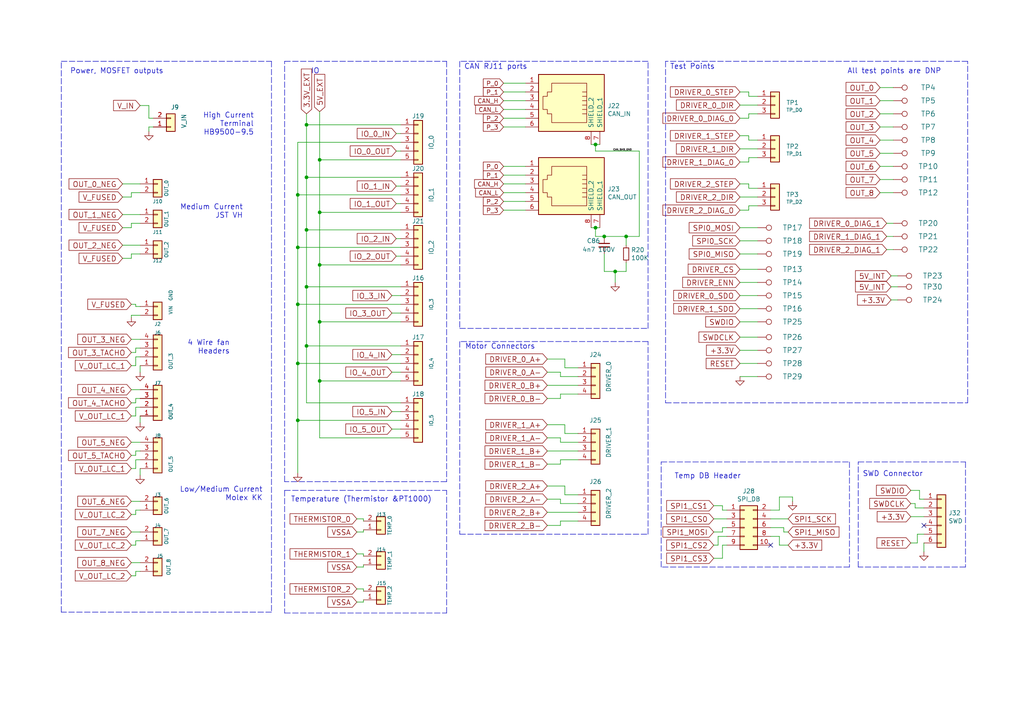
<source format=kicad_sch>
(kicad_sch (version 20211123) (generator eeschema)
  (paper "A4")
  (title_block (title "Duet 3 - Expansion 3HC") (date "2022-05-30") (rev "1.02") (company "Duet3D") (comment 1 "DUET 3 LICENSE") (comment 2 "www.duet3d.com"))
  (junction (at 172.72 41.91))
  (junction (at 175.26 68.58))
  (junction (at 88.9 51.435))
  (junction (at 86.36 56.515))
  (junction (at 88.9 83.185))
  (junction (at 92.71 76.835))
  (junction (at 88.9 66.675))
  (junction (at 92.71 46.355))
  (junction (at 178.435 78.74))
  (junction (at 86.36 121.92))
  (junction (at 92.71 93.345))
  (junction (at 86.36 105.41))
  (junction (at 172.72 66.04))
  (junction (at 181.61 68.58))
  (junction (at 86.36 71.755))
  (junction (at 88.9 100.33))
  (junction (at 88.9 36.195))
  (junction (at 86.36 88.265))
  (junction (at 92.71 61.595))
  (junction (at 92.71 110.49))
  (no_connect (at 267.97 152.4))
  (no_connect (at 223.52 158.115))
  (wire (pts (xy 228.6 150.495) (xy 223.52 150.495)))
  (wire (pts (xy 39.37 102.235) (xy 38.1 102.235)))
  (wire (pts (xy 267.97 144.78) (xy 266.7 144.78)))
  (wire (pts (xy 40.64 107.95) (xy 40.64 106.045)))
  (wire (pts (xy 259.08 40.64) (xy 255.27 40.64)))
  (wire (pts (xy 181.61 78.74) (xy 181.61 76.2)))
  (wire (pts (xy 92.71 93.345) (xy 92.71 110.49)))
  (wire (pts (xy 116.205 38.735) (xy 114.935 38.735)))
  (wire (pts (xy 146.05 60.96) (xy 152.4 60.96)))
  (wire (pts (xy 210.82 155.575) (xy 208.28 155.575)))
  (wire (pts (xy 217.17 39.37) (xy 214.63 39.37)))
  (wire (pts (xy 210.82 153.035) (xy 209.55 153.035)))
  (wire (pts (xy 39.37 106.045) (xy 39.37 103.505)))
  (wire (pts (xy 38.1 145.415) (xy 40.64 145.415)))
  (wire (pts (xy 38.1 120.65) (xy 39.37 120.65)))
  (wire (pts (xy 226.06 147.955) (xy 223.52 147.955)))
  (wire (pts (xy 40.64 115.57) (xy 39.37 115.57)))
  (wire (pts (xy 209.55 154.305) (xy 207.01 154.305)))
  (wire (pts (xy 267.97 160.02) (xy 267.97 157.48)))
  (wire (pts (xy 116.205 53.975) (xy 114.935 53.975)))
  (wire (pts (xy 40.64 163.195) (xy 38.1 163.195)))
  (wire (pts (xy 185.42 43.815) (xy 172.72 43.815)))
  (polyline (pts (xy 246.38 133.985) (xy 246.38 164.465)))
  (wire (pts (xy 162.56 115.57) (xy 158.75 115.57)))
  (polyline (pts (xy 193.04 17.78) (xy 193.04 116.84)))
  (polyline (pts (xy 78.74 17.78) (xy 78.74 177.546)))
  (wire (pts (xy 217.17 53.34) (xy 214.63 53.34)))
  (wire (pts (xy 209.55 161.925) (xy 209.55 158.115)))
  (wire (pts (xy 175.26 73.66) (xy 175.26 78.74)))
  (wire (pts (xy 40.64 113.03) (xy 38.1 113.03)))
  (wire (pts (xy 162.56 128.27) (xy 162.56 127)))
  (wire (pts (xy 217.17 40.64) (xy 217.17 39.37)))
  (wire (pts (xy 257.175 72.39) (xy 259.08 72.39)))
  (wire (pts (xy 219.71 45.72) (xy 217.17 45.72)))
  (wire (pts (xy 258.445 80.01) (xy 260.35 80.01)))
  (wire (pts (xy 219.71 54.61) (xy 217.17 54.61)))
  (polyline (pts (xy 129.54 17.78) (xy 129.54 139.7)))
  (wire (pts (xy 167.64 109.22) (xy 162.56 109.22)))
  (wire (pts (xy 116.205 36.195) (xy 88.9 36.195)))
  (polyline (pts (xy 191.77 164.465) (xy 191.77 133.985)))
  (polyline (pts (xy 82.55 177.8) (xy 129.54 177.8)))
  (wire (pts (xy 103.505 170.815) (xy 105.41 170.815)))
  (polyline (pts (xy 133.35 17.78) (xy 133.35 95.25)))
  (wire (pts (xy 116.205 51.435) (xy 88.9 51.435)))
  (wire (pts (xy 219.71 59.69) (xy 217.17 59.69)))
  (wire (pts (xy 162.56 134.62) (xy 158.75 134.62)))
  (wire (pts (xy 162.56 144.78) (xy 158.75 144.78)))
  (wire (pts (xy 226.06 158.115) (xy 226.06 155.575)))
  (wire (pts (xy 40.64 130.81) (xy 39.37 130.81)))
  (wire (pts (xy 39.37 88.9) (xy 39.37 88.265)))
  (wire (pts (xy 40.64 165.735) (xy 39.37 165.735)))
  (wire (pts (xy 39.37 147.955) (xy 39.37 149.225)))
  (wire (pts (xy 103.505 150.495) (xy 105.41 150.495)))
  (wire (pts (xy 219.71 105.41) (xy 214.63 105.41)))
  (wire (pts (xy 226.06 144.145) (xy 226.06 147.955)))
  (wire (pts (xy 208.28 155.575) (xy 208.28 158.115)))
  (wire (pts (xy 181.61 68.58) (xy 185.42 68.58)))
  (wire (pts (xy 88.9 51.435) (xy 88.9 66.675)))
  (wire (pts (xy 167.64 151.13) (xy 162.56 151.13)))
  (wire (pts (xy 266.065 157.48) (xy 266.065 154.94)))
  (wire (pts (xy 35.56 62.23) (xy 40.64 62.23)))
  (wire (pts (xy 167.64 128.27) (xy 162.56 128.27)))
  (wire (pts (xy 219.71 85.725) (xy 214.63 85.725)))
  (wire (pts (xy 86.36 71.755) (xy 116.205 71.755)))
  (wire (pts (xy 116.205 121.92) (xy 86.36 121.92)))
  (wire (pts (xy 86.36 88.265) (xy 116.205 88.265)))
  (wire (pts (xy 163.83 143.51) (xy 167.64 143.51)))
  (wire (pts (xy 217.17 60.96) (xy 214.63 60.96)))
  (polyline (pts (xy 187.96 154.94) (xy 187.96 99.06)))
  (wire (pts (xy 259.08 55.88) (xy 255.27 55.88)))
  (wire (pts (xy 266.7 144.78) (xy 266.7 142.24)))
  (wire (pts (xy 209.55 153.035) (xy 209.55 154.305)))
  (wire (pts (xy 158.75 104.14) (xy 163.83 104.14)))
  (wire (pts (xy 219.71 89.535) (xy 214.63 89.535)))
  (wire (pts (xy 209.55 147.955) (xy 209.55 146.685)))
  (polyline (pts (xy 133.35 99.06) (xy 133.35 154.94)))
  (polyline (pts (xy 82.55 142.24) (xy 129.54 142.24)))
  (wire (pts (xy 39.37 156.845) (xy 39.37 158.115)))
  (wire (pts (xy 88.9 100.33) (xy 88.9 116.84)))
  (wire (pts (xy 208.28 158.115) (xy 207.01 158.115)))
  (wire (pts (xy 146.05 31.75) (xy 152.4 31.75)))
  (wire (pts (xy 219.71 33.02) (xy 217.17 33.02)))
  (wire (pts (xy 103.505 174.625) (xy 105.41 174.625)))
  (wire (pts (xy 92.71 76.835) (xy 92.71 93.345)))
  (wire (pts (xy 214.63 73.66) (xy 219.71 73.66)))
  (wire (pts (xy 219.71 109.22) (xy 214.63 109.22)))
  (wire (pts (xy 39.37 88.265) (xy 38.1 88.265)))
  (wire (pts (xy 228.6 158.115) (xy 226.06 158.115)))
  (wire (pts (xy 210.82 150.495) (xy 207.01 150.495)))
  (wire (pts (xy 217.17 46.99) (xy 214.63 46.99)))
  (polyline (pts (xy 17.78 177.546) (xy 17.78 17.78)))
  (polyline (pts (xy 78.74 177.546) (xy 17.78 177.546)))
  (wire (pts (xy 88.9 36.195) (xy 88.9 51.435)))
  (wire (pts (xy 116.205 74.295) (xy 114.935 74.295)))
  (wire (pts (xy 113.665 124.46) (xy 116.205 124.46)))
  (wire (pts (xy 214.63 78.105) (xy 219.71 78.105)))
  (wire (pts (xy 172.72 43.815) (xy 172.72 41.91)))
  (wire (pts (xy 209.55 147.955) (xy 210.82 147.955)))
  (wire (pts (xy 178.435 78.74) (xy 181.61 78.74)))
  (wire (pts (xy 86.36 121.92) (xy 86.36 137.16)))
  (wire (pts (xy 39.37 167.005) (xy 38.1 167.005)))
  (wire (pts (xy 39.37 115.57) (xy 39.37 116.84)))
  (wire (pts (xy 39.37 103.505) (xy 40.64 103.505)))
  (wire (pts (xy 43.18 30.607) (xy 40.64 30.607)))
  (wire (pts (xy 259.08 33.02) (xy 255.27 33.02)))
  (polyline (pts (xy 280.67 17.78) (xy 193.04 17.78)))
  (wire (pts (xy 105.41 160.655) (xy 105.41 161.29)))
  (wire (pts (xy 163.83 140.97) (xy 163.83 143.51)))
  (wire (pts (xy 265.43 147.32) (xy 265.43 146.05)))
  (wire (pts (xy 229.87 145.415) (xy 229.87 144.145)))
  (wire (pts (xy 105.41 174.625) (xy 105.41 173.99)))
  (wire (pts (xy 92.71 76.835) (xy 116.205 76.835)))
  (wire (pts (xy 167.64 146.05) (xy 162.56 146.05)))
  (wire (pts (xy 105.41 164.465) (xy 105.41 163.83)))
  (wire (pts (xy 38.1 91.44) (xy 40.64 91.44)))
  (wire (pts (xy 146.05 36.83) (xy 152.4 36.83)))
  (wire (pts (xy 172.72 66.04) (xy 173.99 66.04)))
  (wire (pts (xy 259.08 48.26) (xy 255.27 48.26)))
  (wire (pts (xy 92.71 46.355) (xy 92.71 32.385)))
  (wire (pts (xy 171.45 66.04) (xy 172.72 66.04)))
  (wire (pts (xy 146.05 34.29) (xy 152.4 34.29)))
  (wire (pts (xy 172.72 66.04) (xy 172.72 68.58)))
  (wire (pts (xy 259.08 36.83) (xy 255.27 36.83)))
  (wire (pts (xy 264.16 157.48) (xy 266.065 157.48)))
  (wire (pts (xy 40.64 100.965) (xy 39.37 100.965)))
  (wire (pts (xy 38.1 135.89) (xy 39.37 135.89)))
  (wire (pts (xy 266.7 142.24) (xy 264.16 142.24)))
  (wire (pts (xy 43.18 34.29) (xy 43.18 30.607)))
  (wire (pts (xy 113.665 107.95) (xy 116.205 107.95)))
  (wire (pts (xy 43.18 38.1) (xy 43.18 36.83)))
  (wire (pts (xy 163.83 125.73) (xy 167.64 125.73)))
  (polyline (pts (xy 17.78 17.78) (xy 78.74 17.78)))
  (wire (pts (xy 88.9 116.84) (xy 116.205 116.84)))
  (wire (pts (xy 214.63 101.6) (xy 219.71 101.6)))
  (wire (pts (xy 40.64 154.305) (xy 38.1 154.305)))
  (wire (pts (xy 163.83 104.14) (xy 163.83 106.68)))
  (wire (pts (xy 116.205 46.355) (xy 92.71 46.355)))
  (wire (pts (xy 103.505 164.465) (xy 105.41 164.465)))
  (wire (pts (xy 86.36 105.41) (xy 86.36 88.265)))
  (wire (pts (xy 43.18 36.83) (xy 44.45 36.83)))
  (wire (pts (xy 217.17 54.61) (xy 217.17 53.34)))
  (polyline (pts (xy 248.92 133.985) (xy 280.035 133.985)))
  (polyline (pts (xy 187.96 95.25) (xy 187.96 17.78)))
  (wire (pts (xy 146.05 55.88) (xy 152.4 55.88)))
  (wire (pts (xy 40.64 122.555) (xy 40.64 120.65)))
  (wire (pts (xy 40.64 147.955) (xy 39.37 147.955)))
  (wire (pts (xy 146.05 50.8) (xy 152.4 50.8)))
  (wire (pts (xy 158.75 107.95) (xy 162.56 107.95)))
  (wire (pts (xy 258.445 83.185) (xy 260.35 83.185)))
  (wire (pts (xy 38.1 98.425) (xy 40.64 98.425)))
  (wire (pts (xy 214.63 66.04) (xy 219.71 66.04)))
  (wire (pts (xy 167.64 133.35) (xy 162.56 133.35)))
  (wire (pts (xy 257.175 64.77) (xy 259.08 64.77)))
  (wire (pts (xy 265.43 146.05) (xy 264.16 146.05)))
  (wire (pts (xy 88.9 66.675) (xy 88.9 83.185)))
  (polyline (pts (xy 248.92 164.465) (xy 248.92 133.985)))
  (wire (pts (xy 38.1 73.66) (xy 38.1 74.93)))
  (wire (pts (xy 39.37 130.81) (xy 39.37 132.08)))
  (wire (pts (xy 86.36 105.41) (xy 116.205 105.41)))
  (wire (pts (xy 219.71 40.64) (xy 217.17 40.64)))
  (wire (pts (xy 267.97 149.86) (xy 264.16 149.86)))
  (wire (pts (xy 116.205 83.185) (xy 88.9 83.185)))
  (polyline (pts (xy 129.54 177.8) (xy 129.54 142.24)))
  (polyline (pts (xy 133.35 95.25) (xy 187.96 95.25)))
  (wire (pts (xy 267.97 147.32) (xy 265.43 147.32)))
  (wire (pts (xy 219.71 57.15) (xy 214.63 57.15)))
  (wire (pts (xy 39.37 116.84) (xy 38.1 116.84)))
  (wire (pts (xy 39.37 165.735) (xy 39.37 167.005)))
  (wire (pts (xy 38.1 74.93) (xy 35.56 74.93)))
  (wire (pts (xy 86.36 56.515) (xy 116.205 56.515)))
  (wire (pts (xy 162.56 109.22) (xy 162.56 107.95)))
  (wire (pts (xy 38.1 92.075) (xy 38.1 91.44)))
  (polyline (pts (xy 82.55 139.7) (xy 82.55 17.78)))
  (wire (pts (xy 227.33 154.305) (xy 227.33 153.035)))
  (wire (pts (xy 105.41 150.495) (xy 105.41 151.13)))
  (wire (pts (xy 86.36 71.755) (xy 86.36 56.515)))
  (wire (pts (xy 163.83 106.68) (xy 167.64 106.68)))
  (wire (pts (xy 226.06 155.575) (xy 223.52 155.575)))
  (wire (pts (xy 175.26 68.58) (xy 181.61 68.58)))
  (wire (pts (xy 105.41 170.815) (xy 105.41 171.45)))
  (wire (pts (xy 158.75 130.81) (xy 167.64 130.81)))
  (wire (pts (xy 92.71 61.595) (xy 92.71 76.835)))
  (wire (pts (xy 40.64 137.795) (xy 40.64 135.89)))
  (wire (pts (xy 146.05 29.21) (xy 152.4 29.21)))
  (polyline (pts (xy 129.54 139.7) (xy 82.55 139.7)))
  (polyline (pts (xy 280.035 164.465) (xy 248.92 164.465)))
  (wire (pts (xy 39.37 149.225) (xy 38.1 149.225)))
  (wire (pts (xy 219.71 27.94) (xy 217.17 27.94)))
  (wire (pts (xy 38.1 64.77) (xy 38.1 66.04)))
  (wire (pts (xy 259.08 29.21) (xy 255.27 29.21)))
  (wire (pts (xy 105.41 154.305) (xy 105.41 153.67)))
  (wire (pts (xy 259.08 52.07) (xy 255.27 52.07)))
  (wire (pts (xy 162.56 133.35) (xy 162.56 134.62)))
  (wire (pts (xy 172.72 68.58) (xy 175.26 68.58)))
  (wire (pts (xy 38.1 66.04) (xy 35.56 66.04)))
  (wire (pts (xy 116.205 102.87) (xy 113.665 102.87)))
  (wire (pts (xy 178.435 81.915) (xy 178.435 78.74)))
  (wire (pts (xy 214.63 93.345) (xy 219.71 93.345)))
  (wire (pts (xy 92.71 110.49) (xy 116.205 110.49)))
  (wire (pts (xy 227.33 153.035) (xy 223.52 153.035)))
  (wire (pts (xy 44.45 34.29) (xy 43.18 34.29)))
  (wire (pts (xy 39.37 120.65) (xy 39.37 118.11)))
  (polyline (pts (xy 187.96 99.06) (xy 133.35 99.06)))
  (wire (pts (xy 92.71 46.355) (xy 92.71 61.595)))
  (wire (pts (xy 116.205 119.38) (xy 113.665 119.38)))
  (wire (pts (xy 217.17 59.69) (xy 217.17 60.96)))
  (wire (pts (xy 162.56 151.13) (xy 162.56 152.4)))
  (wire (pts (xy 217.17 45.72) (xy 217.17 46.99)))
  (wire (pts (xy 175.26 78.74) (xy 178.435 78.74)))
  (wire (pts (xy 217.17 34.29) (xy 214.63 34.29)))
  (wire (pts (xy 158.75 148.59) (xy 167.64 148.59)))
  (wire (pts (xy 209.55 146.685) (xy 207.01 146.685)))
  (wire (pts (xy 207.01 161.925) (xy 209.55 161.925)))
  (wire (pts (xy 40.64 128.27) (xy 38.1 128.27)))
  (polyline (pts (xy 246.38 164.465) (xy 191.77 164.465)))
  (wire (pts (xy 86.36 88.265) (xy 86.36 71.755)))
  (wire (pts (xy 146.05 26.67) (xy 152.4 26.67)))
  (wire (pts (xy 214.63 81.915) (xy 219.71 81.915)))
  (wire (pts (xy 40.64 55.88) (xy 38.1 55.88)))
  (wire (pts (xy 158.75 111.76) (xy 167.64 111.76)))
  (wire (pts (xy 219.71 43.18) (xy 214.63 43.18)))
  (polyline (pts (xy 193.04 116.84) (xy 280.67 116.84)))
  (wire (pts (xy 39.37 133.35) (xy 40.64 133.35)))
  (polyline (pts (xy 191.77 133.985) (xy 246.38 133.985)))
  (wire (pts (xy 162.56 127) (xy 158.75 127)))
  (wire (pts (xy 39.37 135.89) (xy 39.37 133.35)))
  (wire (pts (xy 146.05 24.13) (xy 152.4 24.13)))
  (wire (pts (xy 167.64 114.3) (xy 162.56 114.3)))
  (wire (pts (xy 162.56 146.05) (xy 162.56 144.78)))
  (polyline (pts (xy 133.35 154.94) (xy 187.96 154.94)))
  (wire (pts (xy 92.71 61.595) (xy 116.205 61.595)))
  (wire (pts (xy 217.17 33.02) (xy 217.17 34.29)))
  (wire (pts (xy 35.56 53.34) (xy 40.64 53.34)))
  (wire (pts (xy 209.55 158.115) (xy 210.82 158.115)))
  (polyline (pts (xy 82.55 17.78) (xy 129.54 17.78)))
  (wire (pts (xy 86.36 41.275) (xy 116.205 41.275)))
  (wire (pts (xy 228.6 154.305) (xy 227.33 154.305)))
  (wire (pts (xy 116.205 66.675) (xy 88.9 66.675)))
  (wire (pts (xy 162.56 152.4) (xy 158.75 152.4)))
  (wire (pts (xy 258.445 86.995) (xy 260.35 86.995)))
  (wire (pts (xy 146.05 48.26) (xy 152.4 48.26)))
  (wire (pts (xy 162.56 114.3) (xy 162.56 115.57)))
  (wire (pts (xy 185.42 68.58) (xy 185.42 43.815)))
  (polyline (pts (xy 187.96 17.78) (xy 133.35 17.78)))
  (wire (pts (xy 39.37 132.08) (xy 38.1 132.08)))
  (wire (pts (xy 103.505 154.305) (xy 105.41 154.305)))
  (wire (pts (xy 116.205 85.725) (xy 113.665 85.725)))
  (wire (pts (xy 113.665 90.805) (xy 116.205 90.805)))
  (wire (pts (xy 39.37 100.965) (xy 39.37 102.235)))
  (wire (pts (xy 92.71 93.345) (xy 116.205 93.345)))
  (wire (pts (xy 171.45 41.91) (xy 172.72 41.91)))
  (polyline (pts (xy 280.035 133.985) (xy 280.035 164.465)))
  (wire (pts (xy 40.64 156.845) (xy 39.37 156.845)))
  (wire (pts (xy 158.75 140.97) (xy 163.83 140.97)))
  (wire (pts (xy 103.505 160.655) (xy 105.41 160.655)))
  (wire (pts (xy 257.175 68.58) (xy 259.08 68.58)))
  (wire (pts (xy 146.05 53.34) (xy 152.4 53.34)))
  (wire (pts (xy 214.63 97.79) (xy 219.71 97.79)))
  (wire (pts (xy 217.17 27.94) (xy 217.17 26.67)))
  (wire (pts (xy 181.61 71.12) (xy 181.61 68.58)))
  (wire (pts (xy 92.71 110.49) (xy 92.71 127)))
  (wire (pts (xy 40.64 73.66) (xy 38.1 73.66)))
  (wire (pts (xy 163.83 123.19) (xy 163.83 125.73)))
  (wire (pts (xy 40.64 64.77) (xy 38.1 64.77)))
  (wire (pts (xy 86.36 56.515) (xy 86.36 41.275)))
  (wire (pts (xy 38.1 55.88) (xy 38.1 57.15)))
  (wire (pts (xy 116.205 100.33) (xy 88.9 100.33)))
  (wire (pts (xy 92.71 127) (xy 116.205 127)))
  (wire (pts (xy 38.1 106.045) (xy 39.37 106.045)))
  (wire (pts (xy 88.9 83.185) (xy 88.9 100.33)))
  (wire (pts (xy 146.05 58.42) (xy 152.4 58.42)))
  (wire (pts (xy 214.63 69.85) (xy 219.71 69.85)))
  (wire (pts (xy 266.065 154.94) (xy 267.97 154.94)))
  (wire (pts (xy 114.935 59.055) (xy 116.205 59.055)))
  (wire (pts (xy 40.64 88.9) (xy 39.37 88.9)))
  (wire (pts (xy 217.17 26.67) (xy 214.63 26.67)))
  (wire (pts (xy 172.72 41.91) (xy 173.99 41.91)))
  (wire (pts (xy 158.75 123.19) (xy 163.83 123.19)))
  (wire (pts (xy 38.1 57.15) (xy 35.56 57.15)))
  (wire (pts (xy 114.935 69.215) (xy 116.205 69.215)))
  (polyline (pts (xy 280.67 116.84) (xy 280.67 17.78)))
  (wire (pts (xy 259.08 44.45) (xy 255.27 44.45)))
  (polyline (pts (xy 82.55 142.24) (xy 82.55 177.8)))
  (wire (pts (xy 39.37 118.11) (xy 40.64 118.11)))
  (wire (pts (xy 229.87 144.145) (xy 226.06 144.145)))
  (wire (pts (xy 259.08 25.4) (xy 255.27 25.4)))
  (wire (pts (xy 35.56 71.12) (xy 40.64 71.12)))
  (wire (pts (xy 86.36 121.92) (xy 86.36 105.41)))
  (wire (pts (xy 39.37 158.115) (xy 38.1 158.115)))
  (wire (pts (xy 214.63 30.48) (xy 219.71 30.48)))
  (wire (pts (xy 116.205 43.815) (xy 114.935 43.815)))
  (wire (pts (xy 88.9 36.195) (xy 88.9 33.02)))
  (text "Temp DB Header" (at 195.58 139.065 0) (effects (font (size 1.524 1.524)) (justify left bottom)))
  (text "All test points are DNP" (at 245.745 21.59 0) (effects (font (size 1.524 1.524)) (justify left bottom)))
  (text "Medium Current\nJST VH" (at 70.485 63.5 180) (effects (font (size 1.524 1.524)) (justify right bottom)))
  (text "Low/Medium Current\nMolex KK" (at 76.2 145.415 180) (effects (font (size 1.524 1.524)) (justify right bottom)))
  (text "Motor Connectors" (at 134.874 101.473 0) (effects (font (size 1.524 1.524)) (justify left bottom)))
  (text "Temperature (Thermistor &PT1000)" (at 84.328 145.796 0) (effects (font (size 1.524 1.524)) (justify left bottom)))
  (text "SWD Connector " (at 250.19 138.43 0) (effects (font (size 1.524 1.524)) (justify left bottom)))
  (text "Power, MOSFET outputs" (at 20.32 21.59 0) (effects (font (size 1.524 1.524)) (justify left bottom)))
  (text "CAN RJ11 ports" (at 134.62 20.32 0) (effects (font (size 1.524 1.524)) (justify left bottom)))
  (text "4 Wire fan\nHeaders" (at 66.675 102.87 180) (effects (font (size 1.524 1.524)) (justify right bottom)))
  (text "High Current\nTerminal\nHB9500-9.5" (at 73.66 39.37 180) (effects (font (size 1.524 1.524)) (justify right bottom)))
  (text "Test Points" (at 194.31 20.32 0) (effects (font (size 1.524 1.524)) (justify left bottom)))
  (text "IO" (at 90.17 21.59 0) (effects (font (size 1.524 1.524)) (justify left bottom)))
  (label "CAN_SHD_GND" (at 177.8 43.815 0) (effects (font (size 0.508 0.508))))
  (global_label "P_1" (shape input) (at 146.05 26.67 180) (property "Intersheet References" "${INTERSHEET_REFS}" (effects hide)))
  (global_label "IO_3_IN" (shape input) (at 113.665 85.725 180) (effects (font (size 1.524 1.524))) (property "Intersheet References" "${INTERSHEET_REFS}" (effects hide)))
  (global_label "OUT_1_NEG" (shape input) (at 35.56 62.23 180) (effects (font (size 1.524 1.524))) (property "Intersheet References" "${INTERSHEET_REFS}" (effects hide)))
  (global_label "OUT_4_NEG" (shape input) (at 38.1 113.03 180) (effects (font (size 1.524 1.524))) (property "Intersheet References" "${INTERSHEET_REFS}" (effects hide)))
  (global_label "IO_5_OUT" (shape input) (at 113.665 124.46 180) (effects (font (size 1.524 1.524))) (property "Intersheet References" "${INTERSHEET_REFS}" (effects hide)))
  (global_label "DRIVER_2_A+" (shape input) (at 158.75 140.97 180) (effects (font (size 1.524 1.524))) (property "Intersheet References" "${INTERSHEET_REFS}" (effects hide)))
  (global_label "RESET" (shape input) (at 264.16 157.48 180) (effects (font (size 1.524 1.524))) (property "Intersheet References" "${INTERSHEET_REFS}" (effects hide)))
  (global_label "P_0" (shape input) (at 146.05 24.13 180) (property "Intersheet References" "${INTERSHEET_REFS}" (effects hide)))
  (global_label "IO_2_OUT" (shape input) (at 114.935 74.295 180) (effects (font (size 1.524 1.524))) (property "Intersheet References" "${INTERSHEET_REFS}" (effects hide)))
  (global_label "VSSA" (shape input) (at 103.505 174.625 180) (effects (font (size 1.524 1.524))) (property "Intersheet References" "${INTERSHEET_REFS}" (effects hide)))
  (global_label "SPI0_SCK" (shape input) (at 214.63 69.85 180) (effects (font (size 1.524 1.524))) (property "Intersheet References" "${INTERSHEET_REFS}" (effects hide)))
  (global_label "V_OUT_LC_1" (shape input) (at 38.1 135.89 180) (effects (font (size 1.524 1.524))) (property "Intersheet References" "${INTERSHEET_REFS}" (effects hide)))
  (global_label "V_OUT_LC_1" (shape input) (at 38.1 106.045 180) (effects (font (size 1.524 1.524))) (property "Intersheet References" "${INTERSHEET_REFS}" (effects hide)))
  (global_label "DRIVER_1_A+" (shape input) (at 158.75 123.19 180) (effects (font (size 1.524 1.524))) (property "Intersheet References" "${INTERSHEET_REFS}" (effects hide)))
  (global_label "DRIVER_0_DIAG_0" (shape input) (at 214.63 34.29 180) (effects (font (size 1.524 1.524))) (property "Intersheet References" "${INTERSHEET_REFS}" (effects hide)))
  (global_label "DRIVER_0_STEP" (shape input) (at 214.63 26.67 180) (effects (font (size 1.524 1.524))) (property "Intersheet References" "${INTERSHEET_REFS}" (effects hide)))
  (global_label "SPI1_MOSI" (shape input) (at 207.01 154.305 180) (effects (font (size 1.524 1.524))) (property "Intersheet References" "${INTERSHEET_REFS}" (effects hide)))
  (global_label "SWDIO" (shape input) (at 214.63 93.345 180) (effects (font (size 1.524 1.524))) (property "Intersheet References" "${INTERSHEET_REFS}" (effects hide)))
  (global_label "SPI1_SCK" (shape input) (at 228.6 150.495 0) (effects (font (size 1.524 1.524))) (property "Intersheet References" "${INTERSHEET_REFS}" (effects hide)))
  (global_label "IO_5_IN" (shape input) (at 113.665 119.38 180) (effects (font (size 1.524 1.524))) (property "Intersheet References" "${INTERSHEET_REFS}" (effects hide)))
  (global_label "DRIVER_1_B-" (shape input) (at 158.75 134.62 180) (effects (font (size 1.524 1.524))) (property "Intersheet References" "${INTERSHEET_REFS}" (effects hide)))
  (global_label "CAN_H" (shape input) (at 146.05 53.34 180) (property "Intersheet References" "${INTERSHEET_REFS}" (effects hide)))
  (global_label "OUT_6" (shape input) (at 255.27 48.26 180) (effects (font (size 1.524 1.524))) (property "Intersheet References" "${INTERSHEET_REFS}" (effects hide)))
  (global_label "OUT_3_NEG" (shape input) (at 38.1 98.425 180) (effects (font (size 1.524 1.524))) (property "Intersheet References" "${INTERSHEET_REFS}" (effects hide)))
  (global_label "SWDCLK" (shape input) (at 264.16 146.05 180) (effects (font (size 1.524 1.524))) (property "Intersheet References" "${INTERSHEET_REFS}" (effects hide)))
  (global_label "CAN_L" (shape input) (at 146.05 31.75 180) (property "Intersheet References" "${INTERSHEET_REFS}" (effects hide)))
  (global_label "IO_4_OUT" (shape input) (at 113.665 107.95 180) (effects (font (size 1.524 1.524))) (property "Intersheet References" "${INTERSHEET_REFS}" (effects hide)))
  (global_label "V_FUSED" (shape input) (at 35.56 57.15 180) (effects (font (size 1.524 1.524))) (property "Intersheet References" "${INTERSHEET_REFS}" (effects hide)))
  (global_label "P_1" (shape input) (at 146.05 50.8 180) (property "Intersheet References" "${INTERSHEET_REFS}" (effects hide)))
  (global_label "SPI1_CS2" (shape input) (at 207.01 158.115 180) (effects (font (size 1.524 1.524))) (property "Intersheet References" "${INTERSHEET_REFS}" (effects hide)))
  (global_label "SWDCLK" (shape input) (at 214.63 97.79 180) (effects (font (size 1.524 1.524))) (property "Intersheet References" "${INTERSHEET_REFS}" (effects hide)))
  (global_label "SPI0_MOSI" (shape input) (at 214.63 66.04 180) (effects (font (size 1.524 1.524))) (property "Intersheet References" "${INTERSHEET_REFS}" (effects hide)))
  (global_label "IO_1_IN" (shape input) (at 114.935 53.975 180) (effects (font (size 1.524 1.524))) (property "Intersheet References" "${INTERSHEET_REFS}" (effects hide)))
  (global_label "DRIVER_0_DIR" (shape input) (at 214.63 30.48 180) (effects (font (size 1.524 1.524))) (property "Intersheet References" "${INTERSHEET_REFS}" (effects hide)))
  (global_label "DRIVER_2_DIR" (shape input) (at 214.63 57.15 180) (effects (font (size 1.524 1.524))) (property "Intersheet References" "${INTERSHEET_REFS}" (effects hide)))
  (global_label "OUT_0" (shape input) (at 255.27 25.4 180) (effects (font (size 1.524 1.524))) (property "Intersheet References" "${INTERSHEET_REFS}" (effects hide)))
  (global_label "SPI1_CS1" (shape input) (at 207.01 146.685 180) (effects (font (size 1.524 1.524))) (property "Intersheet References" "${INTERSHEET_REFS}" (effects hide)))
  (global_label "OUT_6_NEG" (shape input) (at 38.1 145.415 180) (effects (font (size 1.524 1.524))) (property "Intersheet References" "${INTERSHEET_REFS}" (effects hide)))
  (global_label "5V_INT" (shape input) (at 258.445 80.01 180) (effects (font (size 1.524 1.524))) (property "Intersheet References" "${INTERSHEET_REFS}" (effects hide)))
  (global_label "+3.3V" (shape input) (at 214.63 101.6 180) (effects (font (size 1.524 1.524))) (property "Intersheet References" "${INTERSHEET_REFS}" (effects hide)))
  (global_label "V_IN" (shape input) (at 40.64 30.607 180) (effects (font (size 1.524 1.524))) (property "Intersheet References" "${INTERSHEET_REFS}" (effects hide)))
  (global_label "OUT_7" (shape input) (at 255.27 52.07 180) (effects (font (size 1.524 1.524))) (property "Intersheet References" "${INTERSHEET_REFS}" (effects hide)))
  (global_label "DRIVER_1_DIR" (shape input) (at 214.63 43.18 180) (effects (font (size 1.524 1.524))) (property "Intersheet References" "${INTERSHEET_REFS}" (effects hide)))
  (global_label "DRIVER_2_B+" (shape input) (at 158.75 148.59 180) (effects (font (size 1.524 1.524))) (property "Intersheet References" "${INTERSHEET_REFS}" (effects hide)))
  (global_label "OUT_4" (shape input) (at 255.27 40.64 180) (effects (font (size 1.524 1.524))) (property "Intersheet References" "${INTERSHEET_REFS}" (effects hide)))
  (global_label "THERMISTOR_1" (shape input) (at 103.505 160.655 180) (effects (font (size 1.524 1.524))) (property "Intersheet References" "${INTERSHEET_REFS}" (effects hide)))
  (global_label "IO_0_IN" (shape input) (at 114.935 38.735 180) (effects (font (size 1.524 1.524))) (property "Intersheet References" "${INTERSHEET_REFS}" (effects hide)))
  (global_label "OUT_0_NEG" (shape input) (at 35.56 53.34 180) (effects (font (size 1.524 1.524))) (property "Intersheet References" "${INTERSHEET_REFS}" (effects hide)))
  (global_label "SPI1_CS3" (shape input) (at 207.01 161.925 180) (effects (font (size 1.524 1.524))) (property "Intersheet References" "${INTERSHEET_REFS}" (effects hide)))
  (global_label "P_0" (shape input) (at 146.05 48.26 180) (property "Intersheet References" "${INTERSHEET_REFS}" (effects hide)))
  (global_label "IO_1_OUT" (shape input) (at 114.935 59.055 180) (effects (font (size 1.524 1.524))) (property "Intersheet References" "${INTERSHEET_REFS}" (effects hide)))
  (global_label "DRIVER_0_DIAG_1" (shape input) (at 257.175 64.77 180) (effects (font (size 1.524 1.524))) (property "Intersheet References" "${INTERSHEET_REFS}" (effects hide)))
  (global_label "IO_2_IN" (shape input) (at 114.935 69.215 180) (effects (font (size 1.524 1.524))) (property "Intersheet References" "${INTERSHEET_REFS}" (effects hide)))
  (global_label "DRIVER_2_DIAG_0" (shape input) (at 214.63 60.96 180) (effects (font (size 1.524 1.524))) (property "Intersheet References" "${INTERSHEET_REFS}" (effects hide)))
  (global_label "DRIVER_0_B+" (shape input) (at 158.75 111.76 180) (effects (font (size 1.524 1.524))) (property "Intersheet References" "${INTERSHEET_REFS}" (effects hide)))
  (global_label "P_3" (shape input) (at 146.05 36.83 180) (property "Intersheet References" "${INTERSHEET_REFS}" (effects hide)))
  (global_label "P_2" (shape input) (at 146.05 58.42 180) (property "Intersheet References" "${INTERSHEET_REFS}" (effects hide)))
  (global_label "P_2" (shape input) (at 146.05 34.29 180) (property "Intersheet References" "${INTERSHEET_REFS}" (effects hide)))
  (global_label "5V_EXT" (shape input) (at 92.71 32.385 90) (effects (font (size 1.524 1.524))) (property "Intersheet References" "${INTERSHEET_REFS}" (effects hide)))
  (global_label "DRIVER_0_A-" (shape input) (at 158.75 107.95 180) (effects (font (size 1.524 1.524))) (property "Intersheet References" "${INTERSHEET_REFS}" (effects hide)))
  (global_label "+3.3V" (shape input) (at 228.6 158.115 0) (effects (font (size 1.524 1.524))) (property "Intersheet References" "${INTERSHEET_REFS}" (effects hide)))
  (global_label "DRIVER_1_B+" (shape input) (at 158.75 130.81 180) (effects (font (size 1.524 1.524))) (property "Intersheet References" "${INTERSHEET_REFS}" (effects hide)))
  (global_label "DRIVER_1_A-" (shape input) (at 158.75 127 180) (effects (font (size 1.524 1.524))) (property "Intersheet References" "${INTERSHEET_REFS}" (effects hide)))
  (global_label "OUT_5_NEG" (shape input) (at 38.1 128.27 180) (effects (font (size 1.524 1.524))) (property "Intersheet References" "${INTERSHEET_REFS}" (effects hide)))
  (global_label "P_3" (shape input) (at 146.05 60.96 180) (property "Intersheet References" "${INTERSHEET_REFS}" (effects hide)))
  (global_label "DRIVER_1_SDO" (shape input) (at 214.63 89.535 180) (effects (font (size 1.524 1.524))) (property "Intersheet References" "${INTERSHEET_REFS}" (effects hide)))
  (global_label "DRIVER_2_STEP" (shape input) (at 214.63 53.34 180) (effects (font (size 1.524 1.524))) (property "Intersheet References" "${INTERSHEET_REFS}" (effects hide)))
  (global_label "THERMISTOR_2" (shape input) (at 103.505 170.815 180) (effects (font (size 1.524 1.524))) (property "Intersheet References" "${INTERSHEET_REFS}" (effects hide)))
  (global_label "DRIVER_2_B-" (shape input) (at 158.75 152.4 180) (effects (font (size 1.524 1.524))) (property "Intersheet References" "${INTERSHEET_REFS}" (effects hide)))
  (global_label "THERMISTOR_0" (shape input) (at 103.505 150.495 180) (effects (font (size 1.524 1.524))) (property "Intersheet References" "${INTERSHEET_REFS}" (effects hide)))
  (global_label "V_OUT_LC_1" (shape input) (at 38.1 120.65 180) (effects (font (size 1.524 1.524))) (property "Intersheet References" "${INTERSHEET_REFS}" (effects hide)))
  (global_label "VSSA" (shape input) (at 103.505 154.305 180) (effects (font (size 1.524 1.524))) (property "Intersheet References" "${INTERSHEET_REFS}" (effects hide)))
  (global_label "DRIVER_1_DIAG_1" (shape input) (at 257.175 68.58 180) (effects (font (size 1.524 1.524))) (property "Intersheet References" "${INTERSHEET_REFS}" (effects hide)))
  (global_label "CAN_H" (shape input) (at 146.05 29.21 180) (property "Intersheet References" "${INTERSHEET_REFS}" (effects hide)))
  (global_label "DRIVER_CS" (shape input) (at 214.63 78.105 180) (effects (font (size 1.524 1.524))) (property "Intersheet References" "${INTERSHEET_REFS}" (effects hide)))
  (global_label "SWDIO" (shape input) (at 264.16 142.24 180) (effects (font (size 1.524 1.524))) (property "Intersheet References" "${INTERSHEET_REFS}" (effects hide)))
  (global_label "DRIVER_ENN" (shape input) (at 214.63 81.915 180) (effects (font (size 1.524 1.524))) (property "Intersheet References" "${INTERSHEET_REFS}" (effects hide)))
  (global_label "RESET" (shape input) (at 214.63 105.41 180) (effects (font (size 1.524 1.524))) (property "Intersheet References" "${INTERSHEET_REFS}" (effects hide)))
  (global_label "CAN_L" (shape input) (at 146.05 55.88 180) (property "Intersheet References" "${INTERSHEET_REFS}" (effects hide)))
  (global_label "+3.3V" (shape input) (at 258.445 86.995 180) (effects (font (size 1.524 1.524))) (property "Intersheet References" "${INTERSHEET_REFS}" (effects hide)))
  (global_label "IO_0_OUT" (shape input) (at 114.935 43.815 180) (effects (font (size 1.524 1.524))) (property "Intersheet References" "${INTERSHEET_REFS}" (effects hide)))
  (global_label "SPI0_MISO" (shape input) (at 214.63 73.66 180) (effects (font (size 1.524 1.524))) (property "Intersheet References" "${INTERSHEET_REFS}" (effects hide)))
  (global_label "OUT_8" (shape input) (at 255.27 55.88 180) (effects (font (size 1.524 1.524))) (property "Intersheet References" "${INTERSHEET_REFS}" (effects hide)))
  (global_label "DRIVER_0_A+" (shape input) (at 158.75 104.14 180) (effects (font (size 1.524 1.524))) (property "Intersheet References" "${INTERSHEET_REFS}" (effects hide)))
  (global_label "IO_3_OUT" (shape input) (at 113.665 90.805 180) (effects (font (size 1.524 1.524))) (property "Intersheet References" "${INTERSHEET_REFS}" (effects hide)))
  (global_label "V_FUSED" (shape input) (at 35.56 66.04 180) (effects (font (size 1.524 1.524))) (property "Intersheet References" "${INTERSHEET_REFS}" (effects hide)))
  (global_label "SPI1_CS0" (shape input) (at 207.01 150.495 180) (effects (font (size 1.524 1.524))) (property "Intersheet References" "${INTERSHEET_REFS}" (effects hide)))
  (global_label "DRIVER_1_STEP" (shape input) (at 214.63 39.37 180) (effects (font (size 1.524 1.524))) (property "Intersheet References" "${INTERSHEET_REFS}" (effects hide)))
  (global_label "DRIVER_0_SDO" (shape input) (at 214.63 85.725 180) (effects (font (size 1.524 1.524))) (property "Intersheet References" "${INTERSHEET_REFS}" (effects hide)))
  (global_label "OUT_8_NEG" (shape input) (at 38.1 163.195 180) (effects (font (size 1.524 1.524))) (property "Intersheet References" "${INTERSHEET_REFS}" (effects hide)))
  (global_label "DRIVER_2_DIAG_1" (shape input) (at 257.175 72.39 180) (effects (font (size 1.524 1.524))) (property "Intersheet References" "${INTERSHEET_REFS}" (effects hide)))
  (global_label "OUT_3" (shape input) (at 255.27 36.83 180) (effects (font (size 1.524 1.524))) (property "Intersheet References" "${INTERSHEET_REFS}" (effects hide)))
  (global_label "SPI1_MISO" (shape input) (at 228.6 154.305 0) (effects (font (size 1.524 1.524))) (property "Intersheet References" "${INTERSHEET_REFS}" (effects hide)))
  (global_label "OUT_5" (shape input) (at 255.27 44.45 180) (effects (font (size 1.524 1.524))) (property "Intersheet References" "${INTERSHEET_REFS}" (effects hide)))
  (global_label "OUT_1" (shape input) (at 255.27 29.21 180) (effects (font (size 1.524 1.524))) (property "Intersheet References" "${INTERSHEET_REFS}" (effects hide)))
  (global_label "V_FUSED" (shape input) (at 35.56 74.93 180) (effects (font (size 1.524 1.524))) (property "Intersheet References" "${INTERSHEET_REFS}" (effects hide)))
  (global_label "DRIVER_0_B-" (shape input) (at 158.75 115.57 180) (effects (font (size 1.524 1.524))) (property "Intersheet References" "${INTERSHEET_REFS}" (effects hide)))
  (global_label "OUT_2_NEG" (shape input) (at 35.56 71.12 180) (effects (font (size 1.524 1.524))) (property "Intersheet References" "${INTERSHEET_REFS}" (effects hide)))
  (global_label "OUT_4_TACHO" (shape input) (at 38.1 116.84 180) (effects (font (size 1.524 1.524))) (property "Intersheet References" "${INTERSHEET_REFS}" (effects hide)))
  (global_label "DRIVER_2_A-" (shape input) (at 158.75 144.78 180) (effects (font (size 1.524 1.524))) (property "Intersheet References" "${INTERSHEET_REFS}" (effects hide)))
  (global_label "V_OUT_LC_2" (shape input) (at 38.1 158.115 180) (effects (font (size 1.524 1.524))) (property "Intersheet References" "${INTERSHEET_REFS}" (effects hide)))
  (global_label "OUT_3_TACHO" (shape input) (at 38.1 102.235 180) (effects (font (size 1.524 1.524))) (property "Intersheet References" "${INTERSHEET_REFS}" (effects hide)))
  (global_label "V_OUT_LC_2" (shape input) (at 38.1 149.225 180) (effects (font (size 1.524 1.524))) (property "Intersheet References" "${INTERSHEET_REFS}" (effects hide)))
  (global_label "OUT_5_TACHO" (shape input) (at 38.1 132.08 180) (effects (font (size 1.524 1.524))) (property "Intersheet References" "${INTERSHEET_REFS}" (effects hide)))
  (global_label "5V_INT" (shape input) (at 258.445 83.185 180) (effects (font (size 1.524 1.524))) (property "Intersheet References" "${INTERSHEET_REFS}" (effects hide)))
  (global_label "OUT_2" (shape input) (at 255.27 33.02 180) (effects (font (size 1.524 1.524))) (property "Intersheet References" "${INTERSHEET_REFS}" (effects hide)))
  (global_label "V_FUSED" (shape input) (at 38.1 88.265 180) (effects (font (size 1.524 1.524))) (property "Intersheet References" "${INTERSHEET_REFS}" (effects hide)))
  (global_label "3.3V_EXT" (shape input) (at 88.9 33.02 90) (effects (font (size 1.524 1.524))) (property "Intersheet References" "${INTERSHEET_REFS}" (effects hide)))
  (global_label "VSSA" (shape input) (at 103.505 164.465 180) (effects (font (size 1.524 1.524))) (property "Intersheet References" "${INTERSHEET_REFS}" (effects hide)))
  (global_label "+3.3V" (shape input) (at 264.16 149.86 180) (effects (font (size 1.524 1.524))) (property "Intersheet References" "${INTERSHEET_REFS}" (effects hide)))
  (global_label "IO_4_IN" (shape input) (at 113.665 102.87 180) (effects (font (size 1.524 1.524))) (property "Intersheet References" "${INTERSHEET_REFS}" (effects hide)))
  (global_label "DRIVER_1_DIAG_0" (shape input) (at 214.63 46.99 180) (effects (font (size 1.524 1.524))) (property "Intersheet References" "${INTERSHEET_REFS}" (effects hide)))
  (global_label "OUT_7_NEG" (shape input) (at 38.1 154.305 180) (effects (font (size 1.524 1.524))) (property "Intersheet References" "${INTERSHEET_REFS}" (effects hide)))
  (global_label "V_OUT_LC_2" (shape input) (at 38.1 167.005 180) (effects (font (size 1.524 1.524))) (property "Intersheet References" "${INTERSHEET_REFS}" (effects hide)))
  (symbol (lib_id "Connector_Generic:Conn_01x02") (at 110.49 153.67 0) (mirror x) (unit 1)
    (property "Reference" "J13" (at 110.49 149.225 0) (effects (font (size 1.016 1.016))))
    (property "Value" "TEMP_0" (at 113.03 152.4 90) (effects (font (size 1.016 1.016))))
    (property "Footprint" "Connector_Molex:Wurth_61900211121-1x02_P2.54mm_Vertical-(Molex_KK-254_AE-6410-02Acompatible)" (effects hide))
    (property "Part Number" "61900211121" (effects hide))
  )
  (symbol (lib_id "power:GND") (at 86.36 137.16 0) (unit 1)
    (property "Reference" "#PWR031" (effects hide))
    (property "Value" "GND" (effects hide))
  )
  (symbol (lib_id "Connector_Generic:Conn_01x02") (at 45.72 88.9 0) (unit 1)
    (property "Reference" "J2" (at 45.72 93.98 0) (effects (font (size 1.016 1.016))))
    (property "Value" "VIN  GND" (at 49.53 87.63 90) (effects (font (size 1.016 1.016))))
    (property "Footprint" "Connector_Molex:Wurth_61900211121-1x02_P2.54mm_Vertical-(Molex_KK-254_AE-6410-02Acompatible)" (effects hide))
    (property "Part Number" "61900211121" (effects hide))
  )
  (symbol (lib_id "power:GND") (at 38.1 92.075 0) (unit 1)
    (property "Reference" "#PWR028" (effects hide))
    (property "Value" "GND" (effects hide))
  )
  (symbol (lib_id "Connector_Generic:Conn_01x02") (at 110.49 163.83 0) (mirror x) (unit 1)
    (property "Reference" "J14" (at 110.49 159.385 0) (effects (font (size 1.016 1.016))))
    (property "Value" "TEMP_1" (at 113.03 162.56 90) (effects (font (size 1.016 1.016))))
    (property "Footprint" "Connector_Molex:Wurth_61900211121-1x02_P2.54mm_Vertical-(Molex_KK-254_AE-6410-02Acompatible)" (effects hide))
    (property "Part Number" "61900211121" (effects hide))
  )
  (symbol (lib_id "Connector_Generic:Conn_01x05") (at 121.285 105.41 0) (unit 1)
    (property "Reference" "J17" (at 121.285 97.79 0))
    (property "Value" "IO_4" (at 125.095 105.41 90) (effects (font (size 1.016 1.016))))
    (property "Footprint" "Connector_Molex:Wurth_61900511121-1x05_P2.54mm_Vertical(Molex_KK-254_AE-6410-05A_Compatibe)" (effects hide))
    (property "Part Number" "61900511121" (effects hide))
  )
  (symbol (lib_id "Connector_Generic:Conn_01x05") (at 121.285 88.265 0) (unit 1)
    (property "Reference" "J16" (at 121.285 80.645 0))
    (property "Value" "IO_3" (at 125.095 88.265 90) (effects (font (size 1.016 1.016))))
    (property "Footprint" "Connector_Molex:Wurth_61900511121-1x05_P2.54mm_Vertical(Molex_KK-254_AE-6410-05A_Compatibe)" (effects hide))
    (property "Part Number" "61900511121" (effects hide))
  )
  (symbol (lib_id "Connector_Generic:Conn_01x04") (at 172.72 109.22 0) (unit 1)
    (property "Reference" "J24" (at 172.72 102.87 0))
    (property "Value" "DRIVER_0" (at 176.53 109.22 90))
    (property "Footprint" "Connector_JST:JST_VH_B4P-VH_1x04_P3.96mm_Vertical" (effects hide))
    (property "Part Number" "VH396-04-S010" (effects hide))
  )
  (symbol (lib_id "Connector:TestPoint") (at 259.08 25.4 270) (unit 1)
    (property "Reference" "TP4" (at 269.24 25.4 90) (effects (font (size 1.524 1.524))))
    (property "Value" "OUT_0" (effects hide))
    (property "Footprint" "TestPoint:TestPoint_Pad_D2.0mm" (effects hide))
    (property "Part Number" "Virtual Component DNP" (effects hide))
  )
  (symbol (lib_id "Connector:TestPoint") (at 259.08 29.21 270) (unit 1)
    (property "Reference" "TP5" (at 269.24 29.21 90) (effects (font (size 1.524 1.524))))
    (property "Value" "OUT_1" (effects hide))
    (property "Footprint" "TestPoint:TestPoint_Pad_D2.0mm" (effects hide))
    (property "Part Number" "Virtual Component DNP" (effects hide))
  )
  (symbol (lib_id "Connector:TestPoint") (at 259.08 33.02 270) (unit 1)
    (property "Reference" "TP6" (at 269.24 33.02 90) (effects (font (size 1.524 1.524))))
    (property "Value" "OUT_2" (effects hide))
    (property "Footprint" "TestPoint:TestPoint_Pad_D2.0mm" (effects hide))
    (property "Part Number" "Virtual Component DNP" (effects hide))
  )
  (symbol (lib_id "Connector:TestPoint") (at 259.08 36.83 270) (unit 1)
    (property "Reference" "TP7" (at 269.24 36.83 90) (effects (font (size 1.524 1.524))))
    (property "Value" "OUT_3" (effects hide))
    (property "Footprint" "TestPoint:TestPoint_Pad_D2.0mm" (effects hide))
    (property "Part Number" "Virtual Component DNP" (effects hide))
  )
  (symbol (lib_id "Connector_Generic:Conn_01x02") (at 49.53 36.83 0) (mirror x) (unit 1)
    (property "Reference" "J9" (at 49.53 31.115 0) (effects (justify left)))
    (property "Value" "V_IN" (at 53.34 33.02 90) (effects (justify left)))
    (property "Footprint" "complib:screwt-barrier-9.5mm-1x2" (effects hide))
    (property "Part Number" " HB950-9.50-2P" (effects hide))
  )
  (symbol (lib_id "Connector_Generic:Conn_01x04") (at 172.72 128.27 0) (unit 1)
    (property "Reference" "J25" (at 172.72 121.92 0))
    (property "Value" "DRIVER_1" (at 176.53 128.27 90))
    (property "Footprint" "Connector_JST:JST_VH_B4P-VH_1x04_P3.96mm_Vertical" (effects hide))
    (property "Part Number" "VH396-04-S010" (effects hide))
  )
  (symbol (lib_id "power:GND") (at 43.18 38.1 0) (unit 1)
    (property "Reference" "#PWR029" (effects hide))
    (property "Value" "GND" (effects hide))
  )
  (symbol (lib_id "Duet3:RJ12-Connector_Specialized") (at 163.83 29.21 270) (unit 1)
    (property "Reference" "J22" (at 176.1998 30.7086 90) (effects (justify left)))
    (property "Value" "CAN_IN" (at 176.1998 33.02 90) (effects (justify left)))
    (property "Footprint" "complib:RJ11_6P6C_half_shield" (effects hide))
    (property "Datasheet" "https://www.electronicsdatasheets.com/download/54c77f1ee34e240908c3e0ea.pdf?format=pdf" (effects hide))
    (property "Part Number" "Wurth 615 006 143 421 or equivalent" (effects hide))
  )
  (symbol (lib_id "Duet3:RJ12-Connector_Specialized") (at 163.83 53.34 270) (unit 1)
    (property "Reference" "J23" (at 176.1998 54.8386 90) (effects (justify left)))
    (property "Value" "CAN_OUT" (at 176.1998 57.15 90) (effects (justify left)))
    (property "Footprint" "complib:RJ11_6P6C_half_shield" (effects hide))
    (property "Datasheet" "https://www.electronicsdatasheets.com/download/54c77f1ee34e240908c3e0ea.pdf?format=pdf" (effects hide))
    (property "Part Number" "Wurth 615 006 143 421 or equivalent" (effects hide))
  )
  (symbol (lib_id "power:GND") (at 178.435 81.915 0) (unit 1)
    (property "Reference" "#PWR033" (effects hide))
    (property "Value" "GND" (effects hide))
  )
  (symbol (lib_id "Connector_Generic:Conn_01x02") (at 45.72 147.955 0) (mirror x) (unit 1)
    (property "Reference" "J3" (at 45.72 143.51 0) (effects (font (size 1.016 1.016))))
    (property "Value" "OUT_6" (at 48.26 146.685 90) (effects (font (size 1.016 1.016))))
    (property "Footprint" "Connector_Molex:Wurth_61900211121-1x02_P2.54mm_Vertical-(Molex_KK-254_AE-6410-02Acompatible)" (effects hide))
    (property "Part Number" "61900211121" (effects hide))
  )
  (symbol (lib_id "Connector_Generic:Conn_01x02") (at 45.72 156.845 0) (mirror x) (unit 1)
    (property "Reference" "J4" (at 45.72 152.4 0) (effects (font (size 1.016 1.016))))
    (property "Value" "OUT_7" (at 48.26 155.575 90) (effects (font (size 1.016 1.016))))
    (property "Footprint" "Connector_Molex:Wurth_61900211121-1x02_P2.54mm_Vertical-(Molex_KK-254_AE-6410-02Acompatible)" (effects hide))
    (property "Part Number" "61900211121" (effects hide))
  )
  (symbol (lib_id "power:GND") (at 267.97 160.02 0) (unit 1)
    (property "Reference" "#PWR032" (effects hide))
    (property "Value" "GND" (effects hide))
  )
  (symbol (lib_id "Device:C_Small") (at 175.26 71.12 0) (unit 1)
    (property "Reference" "C86" (at 170.18 69.85 0) (effects (justify left)))
    (property "Value" "4n7 100V" (at 168.91 72.39 0) (effects (justify left)))
    (property "Footprint" "Capacitor_SMD:C_0603_1608Metric_Wbry" (effects hide))
    (property "Part Number" "GMC10X5R472M100NT" (effects hide))
  )
  (symbol (lib_id "Device:R_Small") (at 181.61 73.66 0) (unit 1)
    (property "Reference" "R20" (at 183.0324 72.4916 0) (effects (justify left)))
    (property "Value" "100K" (at 183.0324 74.803 0) (effects (justify left)))
    (property "Footprint" "Resistor_SMD:R_0402_1005Metric_Wbry" (effects hide))
    (property "Part Number" "RMCF0402FT100K" (effects hide))
    (property "Rating" "0.063W" (effects hide))
  )
  (symbol (lib_id "power:GND") (at 40.64 107.95 0) (unit 1)
    (property "Reference" "#PWR0104" (effects hide))
    (property "Value" "GND" (effects hide))
  )
  (symbol (lib_id "power:GND") (at 40.64 122.555 0) (unit 1)
    (property "Reference" "#PWR0105" (effects hide))
    (property "Value" "GND" (effects hide))
  )
  (symbol (lib_id "power:GND") (at 40.64 137.795 0) (unit 1)
    (property "Reference" "#PWR0106" (effects hide))
    (property "Value" "GND" (effects hide))
  )
  (symbol (lib_id "Connector_Generic:Conn_01x02") (at 45.72 165.735 0) (mirror x) (unit 1)
    (property "Reference" "J5" (at 46.355 161.29 0) (effects (font (size 1.016 1.016))))
    (property "Value" "OUT_8" (at 48.895 164.465 90) (effects (font (size 1.016 1.016))))
    (property "Footprint" "Connector_Molex:Wurth_61900211121-1x02_P2.54mm_Vertical-(Molex_KK-254_AE-6410-02Acompatible)" (effects hide))
    (property "Part Number" "61900211121" (effects hide))
  )
  (symbol (lib_id "Connector_Generic:Conn_01x04") (at 45.72 103.505 0) (mirror x) (unit 1)
    (property "Reference" "J6" (at 45.72 96.52 0) (effects (font (size 1.016 1.016))))
    (property "Value" "OUT_3" (at 49.53 104.775 90) (effects (font (size 1.016 1.016))))
    (property "Footprint" "Connector_Molex:Wurth_61900411121-1x04_P2.54mm_Vertical(Molex_KK-254_AE-6410-04A_Compatible)" (effects hide))
    (property "Part Number" "61900411121" (effects hide))
  )
  (symbol (lib_id "Connector_Generic:Conn_01x04") (at 45.72 118.11 0) (mirror x) (unit 1)
    (property "Reference" "J7" (at 45.72 111.125 0) (effects (font (size 1.016 1.016))))
    (property "Value" "OUT_4" (at 49.53 119.38 90) (effects (font (size 1.016 1.016))))
    (property "Footprint" "Connector_Molex:Wurth_61900411121-1x04_P2.54mm_Vertical(Molex_KK-254_AE-6410-04A_Compatible)" (effects hide))
    (property "Part Number" "61900411121" (effects hide))
  )
  (symbol (lib_id "Connector_Generic:Conn_01x04") (at 45.72 133.35 0) (mirror x) (unit 1)
    (property "Reference" "J8" (at 45.72 126.365 0) (effects (font (size 1.016 1.016))))
    (property "Value" "OUT_5" (at 49.53 134.62 90) (effects (font (size 1.016 1.016))))
    (property "Footprint" "Connector_Molex:Wurth_61900411121-1x04_P2.54mm_Vertical(Molex_KK-254_AE-6410-04A_Compatible)" (effects hide))
    (property "Part Number" "61900411121" (effects hide))
  )
  (symbol (lib_id "Connector_Generic:Conn_01x02") (at 45.72 53.34 0) (unit 1)
    (property "Reference" "J10" (at 45.72 58.42 0) (effects (font (size 1.016 1.016))))
    (property "Value" "OUT_0" (at 48.26 54.61 90) (effects (font (size 1.016 1.016))))
    (property "Footprint" "Connector_JST:JST_VH_B2P-VH-B_1x02_P3.96mm_Vertical" (effects hide))
    (property "Part Number" "B2P-VH(LF)(SN)" (effects hide))
  )
  (symbol (lib_id "Connector_Generic:Conn_01x02") (at 45.72 62.23 0) (unit 1)
    (property "Reference" "J11" (at 45.72 67.31 0) (effects (font (size 1.016 1.016))))
    (property "Value" "OUT_1" (at 48.26 63.5 90) (effects (font (size 1.016 1.016))))
    (property "Footprint" "Connector_JST:JST_VH_B2P-VH-B_1x02_P3.96mm_Vertical" (effects hide))
    (property "Part Number" "B2P-VH(LF)(SN)" (effects hide))
  )
  (symbol (lib_id "Connector_Generic:Conn_01x02") (at 45.72 71.12 0) (unit 1)
    (property "Reference" "J12" (at 45.72 75.565 0) (effects (font (size 1.016 1.016))))
    (property "Value" "OUT_2" (at 48.26 72.39 90) (effects (font (size 1.016 1.016))))
    (property "Footprint" "Connector_JST:JST_VH_B2P-VH-B_1x02_P3.96mm_Vertical" (effects hide))
    (property "Part Number" "B2P-VH(LF)(SN)" (effects hide))
  )
  (symbol (lib_id "Connector_Generic:Conn_01x02") (at 110.49 173.99 0) (mirror x) (unit 1)
    (property "Reference" "J15" (at 110.617 169.164 0) (effects (font (size 1.016 1.016))))
    (property "Value" "TEMP_2" (at 113.03 172.72 90) (effects (font (size 1.016 1.016))))
    (property "Footprint" "Connector_Molex:Wurth_61900211121-1x02_P2.54mm_Vertical-(Molex_KK-254_AE-6410-02Acompatible)" (effects hide))
    (property "Part Number" "61900211121" (effects hide))
  )
  (symbol (lib_id "Connector_Generic:Conn_01x05") (at 121.285 121.92 0) (unit 1)
    (property "Reference" "J18" (at 121.285 114.3 0))
    (property "Value" "IO_5" (at 125.095 121.92 90) (effects (font (size 1.016 1.016))))
    (property "Footprint" "Connector_Molex:Wurth_61900511121-1x05_P2.54mm_Vertical(Molex_KK-254_AE-6410-05A_Compatibe)" (effects hide))
    (property "Part Number" "61900511121" (effects hide))
  )
  (symbol (lib_id "Connector_Generic:Conn_01x04") (at 172.72 146.05 0) (unit 1)
    (property "Reference" "J26" (at 172.72 139.7 0))
    (property "Value" "DRIVER_2" (at 176.53 146.05 90))
    (property "Footprint" "Connector_JST:JST_VH_B4P-VH_1x04_P3.96mm_Vertical" (effects hide))
    (property "Part Number" "VH396-04-S010" (effects hide))
  )
  (symbol (lib_id "Connector_Generic:Conn_01x03") (at 224.79 30.48 0) (unit 1)
    (property "Reference" "TP1" (at 228.0412 29.7688 0) (effects (justify left)))
    (property "Value" "TP_D0" (at 228.0412 31.9024 0) (effects (font (size 1.016 1.016)) (justify left)))
    (property "Footprint" "TestPoint:Test_Point_SMT_1x3" (effects hide))
    (property "Part Number" "Virtual Component DNP" (effects hide))
  )
  (symbol (lib_id "Connector_Generic:Conn_01x03") (at 224.79 43.18 0) (unit 1)
    (property "Reference" "TP2" (at 228.0412 42.4688 0) (effects (justify left)))
    (property "Value" "TP_D1" (at 228.0412 44.6024 0) (effects (font (size 1.016 1.016)) (justify left)))
    (property "Footprint" "TestPoint:Test_Point_SMT_1x3" (effects hide))
    (property "Part Number" "Virtual Component DNP" (effects hide))
  )
  (symbol (lib_id "Connector_Generic:Conn_01x03") (at 224.79 57.15 0) (unit 1)
    (property "Reference" "TP3" (at 228.0412 56.4388 0) (effects (justify left)))
    (property "Value" "TP_D2" (at 228.0412 58.5724 0) (effects (font (size 1.016 1.016)) (justify left)))
    (property "Footprint" "TestPoint:Test_Point_SMT_1x3" (effects hide))
    (property "Part Number" "Virtual Component DNP" (effects hide))
  )
  (symbol (lib_id "Connector:TestPoint") (at 259.08 40.64 270) (unit 1)
    (property "Reference" "TP8" (at 269.24 40.64 90) (effects (font (size 1.524 1.524))))
    (property "Value" "OUT_4" (effects hide))
    (property "Footprint" "TestPoint:TestPoint_Pad_D2.0mm" (effects hide))
    (property "Part Number" "Virtual Component DNP" (effects hide))
  )
  (symbol (lib_id "Connector:TestPoint") (at 259.08 44.45 270) (unit 1)
    (property "Reference" "TP9" (at 269.24 44.45 90) (effects (font (size 1.524 1.524))))
    (property "Value" "OUT_5" (effects hide))
    (property "Footprint" "TestPoint:TestPoint_Pad_D2.0mm" (effects hide))
    (property "Part Number" "Virtual Component DNP" (effects hide))
  )
  (symbol (lib_id "Connector:TestPoint") (at 259.08 48.26 270) (unit 1)
    (property "Reference" "TP10" (at 269.24 48.26 90) (effects (font (size 1.524 1.524))))
    (property "Value" "OUT_6" (effects hide))
    (property "Footprint" "TestPoint:TestPoint_Pad_D2.0mm" (effects hide))
    (property "Part Number" "Virtual Component DNP" (effects hide))
  )
  (symbol (lib_id "Connector:TestPoint") (at 259.08 52.07 270) (unit 1)
    (property "Reference" "TP11" (at 269.24 52.07 90) (effects (font (size 1.524 1.524))))
    (property "Value" "OUT_7" (effects hide))
    (property "Footprint" "TestPoint:TestPoint_Pad_D2.0mm" (effects hide))
    (property "Part Number" "Virtual Component DNP" (effects hide))
  )
  (symbol (lib_id "Connector:TestPoint") (at 259.08 55.88 270) (unit 1)
    (property "Reference" "TP12" (at 269.24 55.88 90) (effects (font (size 1.524 1.524))))
    (property "Value" "OUT_8" (effects hide))
    (property "Footprint" "TestPoint:TestPoint_Pad_D2.0mm" (effects hide))
    (property "Part Number" "Virtual Component DNP" (effects hide))
  )
  (symbol (lib_id "Connector_Generic:Conn_01x06") (at 273.05 149.86 0) (unit 1)
    (property "Reference" "J32" (at 275.082 148.7932 0) (effects (justify left)))
    (property "Value" "SWD" (at 275.082 151.1046 0) (effects (justify left)))
    (property "Footprint" "complib:JST_ZH_1x06_P1.5_B6B-ZR" (effects hide))
    (property "Part Number" "B6B-ZR(LF)(SN) or 64800611622" (effects hide))
  )
  (symbol (lib_id "Connector_Generic:Conn_02x05_Odd_Even") (at 215.9 153.035 0) (unit 1)
    (property "Reference" "J28" (at 217.17 142.4432 0))
    (property "Value" "SPI_DB" (at 217.17 144.7546 0))
    (property "Footprint" "complib:MAX_TEMP_DB" (effects hide))
    (property "Part Number" " THD-05-R" (effects hide))
  )
  (symbol (lib_id "power:GND") (at 229.87 145.415 0) (unit 1)
    (property "Reference" "#PWR035" (effects hide))
    (property "Value" "GND" (effects hide))
  )
  (symbol (lib_id "Connector_Generic:Conn_01x05") (at 121.285 41.275 0) (unit 1)
    (property "Reference" "J19" (at 121.285 33.655 0))
    (property "Value" "IO_0" (at 125.095 41.275 90))
    (property "Footprint" "Connector_Molex:Wurth_61900511121-1x05_P2.54mm_Vertical(Molex_KK-254_AE-6410-05A_Compatibe)" (effects hide))
    (property "Part Number" "61900511121" (effects hide))
  )
  (symbol (lib_id "Connector_Generic:Conn_01x05") (at 121.285 56.515 0) (unit 1)
    (property "Reference" "J20" (at 121.285 48.895 0))
    (property "Value" "IO_1" (at 125.095 56.515 90))
    (property "Footprint" "Connector_Molex:Wurth_61900511121-1x05_P2.54mm_Vertical(Molex_KK-254_AE-6410-05A_Compatibe)" (effects hide))
    (property "Part Number" "61900511121" (effects hide))
  )
  (symbol (lib_id "Connector_Generic:Conn_01x05") (at 121.285 71.755 0) (unit 1)
    (property "Reference" "J21" (at 121.285 64.135 0))
    (property "Value" "IO_2" (at 125.095 71.755 90))
    (property "Footprint" "Connector_Molex:Wurth_61900511121-1x05_P2.54mm_Vertical(Molex_KK-254_AE-6410-05A_Compatibe)" (effects hide))
    (property "Part Number" "61900511121" (effects hide))
  )
  (symbol (lib_id "Connector:TestPoint") (at 259.08 64.77 270) (unit 1)
    (property "Reference" "TP20" (at 269.24 64.77 90) (effects (font (size 1.524 1.524))))
    (property "Value" "D0_DIAG_1" (effects hide))
    (property "Footprint" "TestPoint:TestPoint_Pad_D2.0mm" (effects hide))
    (property "Part Number" "Virtual Component DNP" (effects hide))
  )
  (symbol (lib_id "Connector:TestPoint") (at 259.08 68.58 270) (unit 1)
    (property "Reference" "TP21" (at 269.24 68.58 90) (effects (font (size 1.524 1.524))))
    (property "Value" "D1_DIAG_1" (effects hide))
    (property "Footprint" "TestPoint:TestPoint_Pad_D2.0mm" (effects hide))
    (property "Part Number" "Virtual Component DNP" (effects hide))
  )
  (symbol (lib_id "Connector:TestPoint") (at 259.08 72.39 270) (unit 1)
    (property "Reference" "TP22" (at 269.24 72.39 90) (effects (font (size 1.524 1.524))))
    (property "Value" "D2_DIAG_1" (effects hide))
    (property "Footprint" "TestPoint:TestPoint_Pad_D2.0mm" (effects hide))
    (property "Part Number" "Virtual Component DNP" (effects hide))
  )
  (symbol (lib_id "Connector:TestPoint") (at 219.71 81.915 270) (unit 1)
    (property "Reference" "TP14" (at 229.87 81.915 90) (effects (font (size 1.524 1.524))))
    (property "Value" "DRIVER_ENN" (effects hide))
    (property "Footprint" "TestPoint:TestPoint_Pad_D2.0mm" (effects hide))
    (property "Part Number" "Virtual Component DNP" (effects hide))
  )
  (symbol (lib_id "Connector:TestPoint") (at 219.71 78.105 270) (unit 1)
    (property "Reference" "TP13" (at 229.87 78.105 90) (effects (font (size 1.524 1.524))))
    (property "Value" "DRIVER_CS" (effects hide))
    (property "Footprint" "TestPoint:TestPoint_Pad_D2.0mm" (effects hide))
    (property "Part Number" "Virtual Component DNP" (effects hide))
  )
  (symbol (lib_id "Connector:TestPoint") (at 219.71 85.725 270) (unit 1)
    (property "Reference" "TP15" (at 229.87 85.725 90) (effects (font (size 1.524 1.524))))
    (property "Value" "DRIVER_0_SDO" (effects hide))
    (property "Footprint" "TestPoint:TestPoint_Pad_D2.0mm" (effects hide))
    (property "Part Number" "Virtual Component DNP" (effects hide))
  )
  (symbol (lib_id "Connector:TestPoint") (at 219.71 89.535 270) (unit 1)
    (property "Reference" "TP16" (at 229.87 89.535 90) (effects (font (size 1.524 1.524))))
    (property "Value" "DRIVER_1_SDO" (effects hide))
    (property "Footprint" "TestPoint:TestPoint_Pad_D2.0mm" (effects hide))
    (property "Part Number" "Virtual Component DNP" (effects hide))
  )
  (symbol (lib_id "Connector:TestPoint") (at 219.71 66.04 270) (unit 1)
    (property "Reference" "TP17" (at 229.87 66.04 90) (effects (font (size 1.524 1.524))))
    (property "Value" "SPI0_MOSI" (effects hide))
    (property "Footprint" "TestPoint:TestPoint_Pad_D2.0mm" (effects hide))
    (property "Part Number" "Virtual Component DNP" (effects hide))
  )
  (symbol (lib_id "Connector:TestPoint") (at 219.71 69.85 270) (unit 1)
    (property "Reference" "TP18" (at 229.87 69.85 90) (effects (font (size 1.524 1.524))))
    (property "Value" "SPI0_SCK" (effects hide))
    (property "Footprint" "TestPoint:TestPoint_Pad_D2.0mm" (effects hide))
    (property "Part Number" "Virtual Component DNP" (effects hide))
  )
  (symbol (lib_id "Connector:TestPoint") (at 219.71 73.66 270) (unit 1)
    (property "Reference" "TP19" (at 229.87 73.66 90) (effects (font (size 1.524 1.524))))
    (property "Value" "SPI0_MISO" (effects hide))
    (property "Footprint" "TestPoint:TestPoint_Pad_D2.0mm" (effects hide))
    (property "Part Number" "Virtual Component DNP" (effects hide))
  )
  (symbol (lib_id "Connector:TestPoint") (at 260.35 80.01 270) (unit 1)
    (property "Reference" "TP23" (at 270.51 80.01 90) (effects (font (size 1.524 1.524))))
    (property "Value" "5V_INT" (effects hide))
    (property "Footprint" "TestPoint:TestPoint_Pad_D2.5mm" (effects hide))
    (property "Part Number" "Virtual Component DNP" (effects hide))
  )
  (symbol (lib_id "Connector:TestPoint") (at 260.35 86.995 270) (unit 1)
    (property "Reference" "TP24" (at 270.51 86.995 90) (effects (font (size 1.524 1.524))))
    (property "Value" "+3.3V" (effects hide))
    (property "Footprint" "TestPoint:TestPoint_THTPad_D2.0mm_Drill1.0mm" (effects hide))
    (property "Part Number" "Virtual Component DNP" (effects hide))
  )
  (symbol (lib_id "Connector:TestPoint") (at 219.71 109.22 270) (unit 1)
    (property "Reference" "TP29" (at 229.87 109.22 90) (effects (font (size 1.524 1.524))))
    (property "Value" "GND" (effects hide))
    (property "Footprint" "TestPoint:TestPoint_Pad_D2.0mm" (effects hide))
    (property "Part Number" "Virtual Component DNP" (effects hide))
  )
  (symbol (lib_id "power:GND") (at 214.63 109.22 0) (unit 1)
    (property "Reference" "#PWR042" (effects hide))
    (property "Value" "GND" (effects hide))
  )
  (symbol (lib_id "Connector:TestPoint") (at 219.71 101.6 270) (unit 1)
    (property "Reference" "TP27" (at 229.87 101.6 90) (effects (font (size 1.524 1.524))))
    (property "Value" "3.3V" (effects hide))
    (property "Footprint" "TestPoint:TestPoint_Pad_D2.0mm" (effects hide))
    (property "Part Number" "Virtual Component DNP" (effects hide))
  )
  (symbol (lib_id "Connector:TestPoint") (at 219.71 97.79 270) (unit 1)
    (property "Reference" "TP26" (at 229.87 97.79 90) (effects (font (size 1.524 1.524))))
    (property "Value" "SWDCLK" (effects hide))
    (property "Footprint" "TestPoint:TestPoint_Pad_D2.0mm" (effects hide))
    (property "Part Number" "Virtual Component DNP" (effects hide))
  )
  (symbol (lib_id "Connector:TestPoint") (at 219.71 105.41 270) (unit 1)
    (property "Reference" "TP28" (at 229.87 105.41 90) (effects (font (size 1.524 1.524))))
    (property "Value" "RESET" (effects hide))
    (property "Footprint" "TestPoint:TestPoint_Pad_D2.0mm" (effects hide))
    (property "Part Number" "Virtual Component DNP" (effects hide))
  )
  (symbol (lib_id "Connector:TestPoint") (at 219.71 93.345 270) (unit 1)
    (property "Reference" "TP25" (at 229.87 93.345 90) (effects (font (size 1.524 1.524))))
    (property "Value" "SWDIO" (effects hide))
    (property "Footprint" "TestPoint:TestPoint_Pad_D2.0mm" (effects hide))
    (property "Part Number" "Virtual Component DNP" (effects hide))
  )
  (symbol (lib_id "Connector:TestPoint") (at 260.35 83.185 270) (unit 1)
    (property "Reference" "TP30" (at 270.51 83.185 90) (effects (font (size 1.524 1.524))))
    (property "Value" "5V_INT" (effects hide))
    (property "Footprint" "TestPoint:TestPoint_Pad_D2.0mm" (effects hide))
    (property "Part Number" "Virtual Component DNP" (effects hide))
  )
)
</source>
